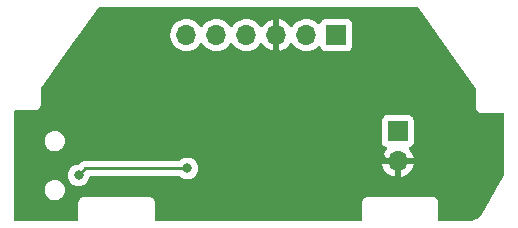
<source format=gbl>
%TF.GenerationSoftware,KiCad,Pcbnew,(5.99.0-6951-g72beaf1538)*%
%TF.CreationDate,2020-11-29T14:33:23+11:00*%
%TF.ProjectId,contact-block-v4,636f6e74-6163-4742-9d62-6c6f636b2d76,rev?*%
%TF.SameCoordinates,Original*%
%TF.FileFunction,Copper,L2,Bot*%
%TF.FilePolarity,Positive*%
%FSLAX46Y46*%
G04 Gerber Fmt 4.6, Leading zero omitted, Abs format (unit mm)*
G04 Created by KiCad (PCBNEW (5.99.0-6951-g72beaf1538)) date 2020-11-29 14:33:23*
%MOMM*%
%LPD*%
G01*
G04 APERTURE LIST*
%TA.AperFunction,ComponentPad*%
%ADD10R,1.700000X1.700000*%
%TD*%
%TA.AperFunction,ComponentPad*%
%ADD11O,1.700000X1.700000*%
%TD*%
%TA.AperFunction,ViaPad*%
%ADD12C,0.800000*%
%TD*%
%TA.AperFunction,Conductor*%
%ADD13C,0.250000*%
%TD*%
G04 APERTURE END LIST*
D10*
%TO.P,J3,1,1*%
%TO.N,Net-(J3-Pad1)*%
X129159000Y-83820000D03*
D11*
%TO.P,J3,2,1*%
%TO.N,GND*%
X129159000Y-86360000D03*
%TD*%
D10*
%TO.P,J2,1,1*%
%TO.N,/{slash}MCLR*%
X123952000Y-75692000D03*
D11*
%TO.P,J2,2,2*%
%TO.N,+5V*%
X121412000Y-75692000D03*
%TO.P,J2,3,3*%
%TO.N,GND*%
X118872000Y-75692000D03*
%TO.P,J2,4,4*%
%TO.N,/PGD*%
X116332000Y-75692000D03*
%TO.P,J2,5,5*%
%TO.N,/PGC*%
X113792000Y-75692000D03*
%TO.P,J2,6,6*%
%TO.N,Net-(J2-Pad6)*%
X111252000Y-75692000D03*
%TD*%
D12*
%TO.N,/D+*%
X102133000Y-87561200D03*
X111350600Y-86984000D03*
%TD*%
D13*
%TO.N,GND*%
X118872000Y-75692000D02*
X118872000Y-76867300D01*
X127983700Y-85979000D02*
X127983700Y-86360000D01*
X118872000Y-76867300D02*
X127983700Y-85979000D01*
X129159000Y-86360000D02*
X127983700Y-86360000D01*
%TO.N,/D+*%
X102710200Y-86984000D02*
X111350600Y-86984000D01*
X102133000Y-87561200D02*
X102710200Y-86984000D01*
%TD*%
%TA.AperFunction,Conductor*%
%TO.N,GND*%
G36*
X130807181Y-73299002D02*
G01*
X130841347Y-73331425D01*
X133520067Y-77055500D01*
X135629606Y-79988273D01*
X135739287Y-80140757D01*
X135763000Y-80214332D01*
X135763001Y-81815459D01*
X135762999Y-81816229D01*
X135762746Y-81857622D01*
X135765212Y-81866250D01*
X135765212Y-81866251D01*
X135770861Y-81886020D01*
X135774438Y-81902777D01*
X135778621Y-81931982D01*
X135786566Y-81949455D01*
X135789224Y-81955301D01*
X135795672Y-81972827D01*
X135802716Y-81997474D01*
X135807505Y-82005064D01*
X135818470Y-82022442D01*
X135826608Y-82037525D01*
X135835104Y-82056212D01*
X135835108Y-82056218D01*
X135838823Y-82064389D01*
X135844685Y-82071192D01*
X135855543Y-82083793D01*
X135866653Y-82098807D01*
X135880331Y-82120486D01*
X135887056Y-82126425D01*
X135887061Y-82126431D01*
X135902455Y-82140025D01*
X135914501Y-82152218D01*
X135933767Y-82174578D01*
X135941295Y-82179457D01*
X135941298Y-82179460D01*
X135955270Y-82188516D01*
X135970144Y-82199806D01*
X135989351Y-82216769D01*
X135997474Y-82220583D01*
X135997479Y-82220586D01*
X136016071Y-82229315D01*
X136031052Y-82237636D01*
X136048286Y-82248806D01*
X136048289Y-82248807D01*
X136055822Y-82253690D01*
X136064423Y-82256262D01*
X136064425Y-82256263D01*
X136080374Y-82261033D01*
X136097820Y-82267695D01*
X136108395Y-82272659D01*
X136121013Y-82278584D01*
X136129878Y-82279964D01*
X136129880Y-82279965D01*
X136144444Y-82282232D01*
X136150186Y-82283126D01*
X136166889Y-82286906D01*
X136195175Y-82295365D01*
X136204152Y-82295420D01*
X136204153Y-82295420D01*
X136227998Y-82295566D01*
X136230838Y-82295684D01*
X136232865Y-82296000D01*
X136298623Y-82296000D01*
X136299393Y-82296002D01*
X136340622Y-82296254D01*
X136341454Y-82296016D01*
X136341692Y-82296000D01*
X138050000Y-82296000D01*
X138118121Y-82316002D01*
X138164614Y-82369658D01*
X138176000Y-82422000D01*
X138176001Y-87165374D01*
X138173994Y-87187770D01*
X138172077Y-87198384D01*
X138171312Y-87229933D01*
X138168894Y-87329647D01*
X138167142Y-87347745D01*
X138164838Y-87361277D01*
X138137200Y-87523555D01*
X138131886Y-87544106D01*
X138075438Y-87705030D01*
X138066753Y-87724391D01*
X137980293Y-87880401D01*
X137970363Y-87895615D01*
X137892834Y-87997494D01*
X137838524Y-88094987D01*
X137836533Y-88103735D01*
X137835415Y-88106652D01*
X137827521Y-88123434D01*
X136530549Y-90424000D01*
X136379582Y-90691784D01*
X136370674Y-90705368D01*
X136367825Y-90708584D01*
X136365197Y-90712680D01*
X136365196Y-90712682D01*
X136292881Y-90825414D01*
X136283419Y-90838288D01*
X136158104Y-90987901D01*
X136145345Y-91001058D01*
X136004135Y-91126911D01*
X135989601Y-91138079D01*
X135831623Y-91242116D01*
X135815623Y-91251056D01*
X135644232Y-91331069D01*
X135627105Y-91337594D01*
X135445906Y-91391900D01*
X135428013Y-91395871D01*
X135234914Y-91424185D01*
X135219000Y-91425496D01*
X135114831Y-91427444D01*
X135087986Y-91427946D01*
X135087985Y-91427946D01*
X135083499Y-91428030D01*
X135066030Y-91430866D01*
X135046162Y-91432494D01*
X132714319Y-91438393D01*
X132646148Y-91418563D01*
X132599519Y-91365025D01*
X132588000Y-91312393D01*
X132588000Y-89888378D01*
X132588002Y-89887608D01*
X132588037Y-89881940D01*
X132588254Y-89846378D01*
X132585788Y-89837749D01*
X132580141Y-89817987D01*
X132576564Y-89801230D01*
X132573653Y-89780903D01*
X132573652Y-89780900D01*
X132572380Y-89772018D01*
X132568665Y-89763848D01*
X132568664Y-89763844D01*
X132561776Y-89748695D01*
X132555327Y-89731167D01*
X132550752Y-89715158D01*
X132550749Y-89715151D01*
X132548284Y-89706526D01*
X132532528Y-89681555D01*
X132524395Y-89666481D01*
X132512178Y-89639611D01*
X132495450Y-89620197D01*
X132484346Y-89605190D01*
X132470669Y-89583514D01*
X132448544Y-89563974D01*
X132436500Y-89551781D01*
X132423095Y-89536223D01*
X132423091Y-89536220D01*
X132417234Y-89529422D01*
X132408936Y-89524043D01*
X132395729Y-89515483D01*
X132380855Y-89504193D01*
X132368378Y-89493174D01*
X132361649Y-89487231D01*
X132334923Y-89474683D01*
X132319952Y-89466367D01*
X132295179Y-89450310D01*
X132286575Y-89447737D01*
X132286573Y-89447736D01*
X132270623Y-89442966D01*
X132253178Y-89436304D01*
X132238113Y-89429231D01*
X132238111Y-89429231D01*
X132229987Y-89425416D01*
X132221123Y-89424036D01*
X132221114Y-89424033D01*
X132200820Y-89420873D01*
X132184109Y-89417092D01*
X132164428Y-89411207D01*
X132164425Y-89411207D01*
X132155826Y-89408635D01*
X132146854Y-89408580D01*
X132146853Y-89408580D01*
X132123002Y-89408434D01*
X132120162Y-89408316D01*
X132118135Y-89408000D01*
X132052378Y-89408000D01*
X132051608Y-89407998D01*
X132051069Y-89407995D01*
X132010379Y-89407746D01*
X132009547Y-89407984D01*
X132009309Y-89408000D01*
X126591377Y-89408000D01*
X126590607Y-89407998D01*
X126590358Y-89407996D01*
X126549378Y-89407746D01*
X126540750Y-89410212D01*
X126540749Y-89410212D01*
X126520987Y-89415859D01*
X126504230Y-89419436D01*
X126483903Y-89422347D01*
X126483900Y-89422348D01*
X126475018Y-89423620D01*
X126466848Y-89427335D01*
X126466844Y-89427336D01*
X126451695Y-89434224D01*
X126434167Y-89440673D01*
X126418158Y-89445248D01*
X126418151Y-89445251D01*
X126409526Y-89447716D01*
X126384555Y-89463472D01*
X126369481Y-89471605D01*
X126342611Y-89483822D01*
X126323197Y-89500550D01*
X126308190Y-89511654D01*
X126286514Y-89525331D01*
X126280572Y-89532059D01*
X126266977Y-89547453D01*
X126254781Y-89559500D01*
X126239223Y-89572905D01*
X126239220Y-89572909D01*
X126232422Y-89578766D01*
X126227542Y-89586295D01*
X126227541Y-89586296D01*
X126218483Y-89600271D01*
X126207193Y-89615145D01*
X126190231Y-89634351D01*
X126186418Y-89642474D01*
X126186416Y-89642476D01*
X126177689Y-89661065D01*
X126169364Y-89676053D01*
X126153310Y-89700821D01*
X126145964Y-89725384D01*
X126139306Y-89742820D01*
X126128416Y-89766014D01*
X126127035Y-89774882D01*
X126127035Y-89774883D01*
X126123876Y-89795174D01*
X126120095Y-89811886D01*
X126111635Y-89840174D01*
X126111580Y-89849150D01*
X126111580Y-89849151D01*
X126111434Y-89872999D01*
X126111316Y-89875839D01*
X126111000Y-89877866D01*
X126111000Y-89943617D01*
X126110998Y-89944387D01*
X126110746Y-89985622D01*
X126110984Y-89986454D01*
X126111000Y-89986692D01*
X126111001Y-90712682D01*
X126111001Y-91314000D01*
X126090999Y-91382121D01*
X126037343Y-91428614D01*
X125985001Y-91440000D01*
X108711000Y-91440000D01*
X108642879Y-91419998D01*
X108596386Y-91366342D01*
X108585000Y-91314000D01*
X108585000Y-89888378D01*
X108585002Y-89887608D01*
X108585037Y-89881940D01*
X108585254Y-89846378D01*
X108582788Y-89837749D01*
X108577141Y-89817987D01*
X108573564Y-89801230D01*
X108570653Y-89780903D01*
X108570652Y-89780900D01*
X108569380Y-89772018D01*
X108565665Y-89763848D01*
X108565664Y-89763844D01*
X108558776Y-89748695D01*
X108552327Y-89731167D01*
X108547752Y-89715158D01*
X108547749Y-89715151D01*
X108545284Y-89706526D01*
X108529528Y-89681555D01*
X108521395Y-89666481D01*
X108509178Y-89639611D01*
X108492450Y-89620197D01*
X108481346Y-89605190D01*
X108467669Y-89583514D01*
X108445544Y-89563974D01*
X108433500Y-89551781D01*
X108420095Y-89536223D01*
X108420091Y-89536220D01*
X108414234Y-89529422D01*
X108405936Y-89524043D01*
X108392729Y-89515483D01*
X108377855Y-89504193D01*
X108365378Y-89493174D01*
X108358649Y-89487231D01*
X108331923Y-89474683D01*
X108316952Y-89466367D01*
X108292179Y-89450310D01*
X108283575Y-89447737D01*
X108283573Y-89447736D01*
X108267623Y-89442966D01*
X108250178Y-89436304D01*
X108235113Y-89429231D01*
X108235111Y-89429231D01*
X108226987Y-89425416D01*
X108218123Y-89424036D01*
X108218114Y-89424033D01*
X108197820Y-89420873D01*
X108181109Y-89417092D01*
X108161428Y-89411207D01*
X108161425Y-89411207D01*
X108152826Y-89408635D01*
X108143854Y-89408580D01*
X108143853Y-89408580D01*
X108120002Y-89408434D01*
X108117162Y-89408316D01*
X108115135Y-89408000D01*
X108049378Y-89408000D01*
X108048608Y-89407998D01*
X108048069Y-89407995D01*
X108007379Y-89407746D01*
X108006547Y-89407984D01*
X108006309Y-89408000D01*
X102588377Y-89408000D01*
X102587607Y-89407998D01*
X102587358Y-89407996D01*
X102546378Y-89407746D01*
X102537750Y-89410212D01*
X102537749Y-89410212D01*
X102517987Y-89415859D01*
X102501230Y-89419436D01*
X102480903Y-89422347D01*
X102480900Y-89422348D01*
X102472018Y-89423620D01*
X102463848Y-89427335D01*
X102463844Y-89427336D01*
X102448695Y-89434224D01*
X102431167Y-89440673D01*
X102415158Y-89445248D01*
X102415151Y-89445251D01*
X102406526Y-89447716D01*
X102381555Y-89463472D01*
X102366481Y-89471605D01*
X102339611Y-89483822D01*
X102320197Y-89500550D01*
X102305190Y-89511654D01*
X102283514Y-89525331D01*
X102277572Y-89532059D01*
X102263977Y-89547453D01*
X102251781Y-89559500D01*
X102236223Y-89572905D01*
X102236220Y-89572909D01*
X102229422Y-89578766D01*
X102224542Y-89586295D01*
X102224541Y-89586296D01*
X102215483Y-89600271D01*
X102204193Y-89615145D01*
X102187231Y-89634351D01*
X102183418Y-89642474D01*
X102183416Y-89642476D01*
X102174689Y-89661065D01*
X102166364Y-89676053D01*
X102150310Y-89700821D01*
X102142964Y-89725384D01*
X102136306Y-89742820D01*
X102125416Y-89766014D01*
X102124035Y-89774882D01*
X102124035Y-89774883D01*
X102120876Y-89795174D01*
X102117095Y-89811886D01*
X102108635Y-89840174D01*
X102108580Y-89849150D01*
X102108580Y-89849151D01*
X102108434Y-89872999D01*
X102108316Y-89875839D01*
X102108000Y-89877866D01*
X102108000Y-89943617D01*
X102107998Y-89944387D01*
X102107746Y-89985622D01*
X102107984Y-89986454D01*
X102108000Y-89986692D01*
X102108001Y-90712682D01*
X102108001Y-91314000D01*
X102087999Y-91382121D01*
X102034343Y-91428614D01*
X101982001Y-91440000D01*
X96773000Y-91440000D01*
X96704879Y-91419998D01*
X96658386Y-91366342D01*
X96647000Y-91314000D01*
X96647000Y-88906260D01*
X99254230Y-88906260D01*
X99255673Y-88912933D01*
X99255673Y-88912935D01*
X99277473Y-89013759D01*
X99293646Y-89088563D01*
X99371288Y-89258149D01*
X99483536Y-89407106D01*
X99488715Y-89411545D01*
X99488716Y-89411546D01*
X99615883Y-89520542D01*
X99625151Y-89528486D01*
X99691342Y-89563977D01*
X99782970Y-89613107D01*
X99789527Y-89616623D01*
X99968995Y-89667408D01*
X99975801Y-89667812D01*
X99975805Y-89667813D01*
X100114514Y-89676053D01*
X100155182Y-89678469D01*
X100339400Y-89649292D01*
X100345746Y-89646805D01*
X100345750Y-89646804D01*
X100506701Y-89583728D01*
X100506705Y-89583726D01*
X100513056Y-89581237D01*
X100668047Y-89477479D01*
X100797142Y-89342860D01*
X100845525Y-89263597D01*
X100890762Y-89189486D01*
X100890763Y-89189485D01*
X100894318Y-89183660D01*
X100955041Y-89007307D01*
X100976479Y-88822028D01*
X100976500Y-88816000D01*
X100956357Y-88630576D01*
X100896866Y-88453803D01*
X100800804Y-88293929D01*
X100753538Y-88243946D01*
X100727213Y-88216109D01*
X100672652Y-88158412D01*
X100621184Y-88123434D01*
X100524032Y-88057410D01*
X100518389Y-88053575D01*
X100512059Y-88051043D01*
X100512055Y-88051041D01*
X100351549Y-87986843D01*
X100351544Y-87986842D01*
X100345212Y-87984309D01*
X100338485Y-87983195D01*
X100338480Y-87983194D01*
X100167939Y-87954961D01*
X100167936Y-87954961D01*
X100161202Y-87953846D01*
X100154386Y-87954203D01*
X100154381Y-87954203D01*
X100004586Y-87962054D01*
X99974943Y-87963608D01*
X99795124Y-88013138D01*
X99630137Y-88100126D01*
X99624924Y-88104531D01*
X99624920Y-88104534D01*
X99584149Y-88138989D01*
X99487678Y-88220514D01*
X99483535Y-88225933D01*
X99483533Y-88225935D01*
X99389876Y-88348433D01*
X99374393Y-88368684D01*
X99371510Y-88374867D01*
X99371508Y-88374870D01*
X99327290Y-88469696D01*
X99295568Y-88537724D01*
X99254881Y-88719747D01*
X99254230Y-88906260D01*
X96647000Y-88906260D01*
X96647000Y-87561200D01*
X101219500Y-87561200D01*
X101220190Y-87567765D01*
X101235674Y-87715082D01*
X101239462Y-87751127D01*
X101241502Y-87757405D01*
X101241502Y-87757406D01*
X101255275Y-87799794D01*
X101298476Y-87932754D01*
X101301779Y-87938476D01*
X101301780Y-87938477D01*
X101317336Y-87965420D01*
X101393963Y-88098142D01*
X101398381Y-88103049D01*
X101398382Y-88103050D01*
X101516948Y-88234731D01*
X101521749Y-88240063D01*
X101527091Y-88243944D01*
X101527093Y-88243946D01*
X101603944Y-88299781D01*
X101676250Y-88352314D01*
X101682278Y-88354998D01*
X101682280Y-88354999D01*
X101844682Y-88427305D01*
X101850713Y-88429990D01*
X101935212Y-88447951D01*
X102031056Y-88468324D01*
X102031061Y-88468324D01*
X102037513Y-88469696D01*
X102228487Y-88469696D01*
X102234939Y-88468324D01*
X102234944Y-88468324D01*
X102330788Y-88447951D01*
X102415287Y-88429990D01*
X102421318Y-88427305D01*
X102583720Y-88354999D01*
X102583722Y-88354998D01*
X102589750Y-88352314D01*
X102662056Y-88299781D01*
X102738907Y-88243946D01*
X102738909Y-88243944D01*
X102744251Y-88240063D01*
X102749052Y-88234731D01*
X102867618Y-88103050D01*
X102867619Y-88103049D01*
X102872037Y-88098142D01*
X102948664Y-87965420D01*
X102964220Y-87938477D01*
X102964221Y-87938476D01*
X102967524Y-87932754D01*
X103010725Y-87799794D01*
X103024498Y-87757406D01*
X103024498Y-87757405D01*
X103026538Y-87751127D01*
X103028724Y-87730329D01*
X103055737Y-87664672D01*
X103113959Y-87624043D01*
X103154034Y-87617500D01*
X110642406Y-87617500D01*
X110710527Y-87637502D01*
X110729751Y-87653842D01*
X110730025Y-87653538D01*
X110734927Y-87657952D01*
X110739349Y-87662863D01*
X110744691Y-87666744D01*
X110744693Y-87666746D01*
X110869477Y-87757406D01*
X110893850Y-87775114D01*
X110899878Y-87777798D01*
X110899880Y-87777799D01*
X110949282Y-87799794D01*
X111068313Y-87852790D01*
X111161713Y-87872643D01*
X111248656Y-87891124D01*
X111248661Y-87891124D01*
X111255113Y-87892496D01*
X111446087Y-87892496D01*
X111452539Y-87891124D01*
X111452544Y-87891124D01*
X111539487Y-87872643D01*
X111632887Y-87852790D01*
X111751918Y-87799794D01*
X111801320Y-87777799D01*
X111801322Y-87777798D01*
X111807350Y-87775114D01*
X111831723Y-87757406D01*
X111956507Y-87666746D01*
X111956509Y-87666744D01*
X111961851Y-87662863D01*
X112044517Y-87571053D01*
X112085218Y-87525850D01*
X112085219Y-87525849D01*
X112089637Y-87520942D01*
X112185124Y-87355554D01*
X112234608Y-87203257D01*
X112242098Y-87180206D01*
X112242098Y-87180205D01*
X112244138Y-87173927D01*
X112258132Y-87040787D01*
X112263410Y-86990565D01*
X112264100Y-86984000D01*
X112244138Y-86794073D01*
X112191615Y-86632423D01*
X127827255Y-86632423D01*
X127835638Y-86684471D01*
X127838212Y-86694793D01*
X127909230Y-86902810D01*
X127913497Y-86912533D01*
X128018556Y-87105625D01*
X128024402Y-87114491D01*
X128160486Y-87287113D01*
X128167750Y-87294875D01*
X128330967Y-87442094D01*
X128339444Y-87448528D01*
X128525122Y-87566136D01*
X128534567Y-87571053D01*
X128737406Y-87655694D01*
X128747545Y-87658950D01*
X128887345Y-87691096D01*
X128901422Y-87690257D01*
X128905000Y-87680999D01*
X128905000Y-86632115D01*
X128903659Y-86627548D01*
X129413000Y-86627548D01*
X129413000Y-87679941D01*
X129417151Y-87694079D01*
X129427798Y-87695774D01*
X129431192Y-87695096D01*
X129642333Y-87633954D01*
X129652259Y-87630143D01*
X129850065Y-87534307D01*
X129859212Y-87528876D01*
X130038041Y-87401083D01*
X130046149Y-87394182D01*
X130200893Y-87238082D01*
X130207706Y-87229933D01*
X130333940Y-87049988D01*
X130339295Y-87040787D01*
X130433399Y-86842156D01*
X130437123Y-86832197D01*
X130494968Y-86625718D01*
X130493430Y-86617351D01*
X130481137Y-86614000D01*
X129431115Y-86614000D01*
X129415876Y-86618475D01*
X129414671Y-86619865D01*
X129413000Y-86627548D01*
X128903659Y-86627548D01*
X128900525Y-86616876D01*
X128899135Y-86615671D01*
X128891452Y-86614000D01*
X127842403Y-86614000D01*
X127829222Y-86617870D01*
X127827255Y-86632423D01*
X112191615Y-86632423D01*
X112185124Y-86612446D01*
X112089637Y-86447058D01*
X112066681Y-86421562D01*
X111966273Y-86310048D01*
X111966272Y-86310047D01*
X111961851Y-86305137D01*
X111956509Y-86301256D01*
X111956507Y-86301254D01*
X111812692Y-86196767D01*
X111812691Y-86196766D01*
X111807350Y-86192886D01*
X111801322Y-86190202D01*
X111801320Y-86190201D01*
X111638918Y-86117895D01*
X111638917Y-86117895D01*
X111632887Y-86115210D01*
X111529424Y-86093218D01*
X111452544Y-86076876D01*
X111452539Y-86076876D01*
X111446087Y-86075504D01*
X111255113Y-86075504D01*
X111248661Y-86076876D01*
X111248656Y-86076876D01*
X111171776Y-86093218D01*
X111068313Y-86115210D01*
X111062283Y-86117895D01*
X111062282Y-86117895D01*
X110899880Y-86190201D01*
X110899878Y-86190202D01*
X110893850Y-86192886D01*
X110888509Y-86196766D01*
X110888508Y-86196767D01*
X110744693Y-86301254D01*
X110744691Y-86301256D01*
X110739349Y-86305137D01*
X110734928Y-86310047D01*
X110730025Y-86314462D01*
X110728899Y-86313211D01*
X110675600Y-86346049D01*
X110642406Y-86350500D01*
X102788583Y-86350500D01*
X102777679Y-86349986D01*
X102770288Y-86348334D01*
X102762363Y-86348583D01*
X102762362Y-86348583D01*
X102703347Y-86350438D01*
X102699389Y-86350500D01*
X102670622Y-86350500D01*
X102666337Y-86351041D01*
X102654503Y-86351973D01*
X102628486Y-86352791D01*
X102618236Y-86353113D01*
X102618235Y-86353113D01*
X102610316Y-86353362D01*
X102602708Y-86355572D01*
X102602703Y-86355573D01*
X102590861Y-86359013D01*
X102571507Y-86363021D01*
X102559279Y-86364566D01*
X102551412Y-86365560D01*
X102544044Y-86368477D01*
X102544037Y-86368479D01*
X102510299Y-86381837D01*
X102499069Y-86385682D01*
X102464231Y-86395803D01*
X102464230Y-86395804D01*
X102456621Y-86398014D01*
X102439188Y-86408324D01*
X102421441Y-86417018D01*
X102402600Y-86424478D01*
X102396185Y-86429139D01*
X102366829Y-86450467D01*
X102356912Y-86456982D01*
X102318858Y-86479487D01*
X102318440Y-86479855D01*
X102304358Y-86493937D01*
X102289325Y-86506778D01*
X102273117Y-86518554D01*
X102268068Y-86524657D01*
X102268067Y-86524658D01*
X102245170Y-86552336D01*
X102237180Y-86561115D01*
X102182496Y-86615799D01*
X102120184Y-86649825D01*
X102093401Y-86652704D01*
X102037513Y-86652704D01*
X102031061Y-86654076D01*
X102031056Y-86654076D01*
X101944113Y-86672557D01*
X101850713Y-86692410D01*
X101844683Y-86695095D01*
X101844682Y-86695095D01*
X101682280Y-86767401D01*
X101682278Y-86767402D01*
X101676250Y-86770086D01*
X101670909Y-86773966D01*
X101670908Y-86773967D01*
X101527093Y-86878454D01*
X101527091Y-86878456D01*
X101521749Y-86882337D01*
X101517328Y-86887247D01*
X101517327Y-86887248D01*
X101436123Y-86977435D01*
X101393963Y-87024258D01*
X101298476Y-87189646D01*
X101296434Y-87195931D01*
X101246612Y-87349269D01*
X101239462Y-87371273D01*
X101219500Y-87561200D01*
X96647000Y-87561200D01*
X96647000Y-84756260D01*
X99254230Y-84756260D01*
X99255673Y-84762933D01*
X99255673Y-84762935D01*
X99283340Y-84890895D01*
X99293646Y-84938563D01*
X99371288Y-85108149D01*
X99375392Y-85113595D01*
X99375393Y-85113597D01*
X99428069Y-85183500D01*
X99483536Y-85257106D01*
X99488715Y-85261545D01*
X99488716Y-85261546D01*
X99575922Y-85336291D01*
X99625151Y-85378486D01*
X99789527Y-85466623D01*
X99968995Y-85517408D01*
X99975801Y-85517812D01*
X99975805Y-85517813D01*
X100122818Y-85526546D01*
X100155182Y-85528469D01*
X100339400Y-85499292D01*
X100345746Y-85496805D01*
X100345750Y-85496804D01*
X100506701Y-85433728D01*
X100506705Y-85433726D01*
X100513056Y-85431237D01*
X100668047Y-85327479D01*
X100797142Y-85192860D01*
X100802856Y-85183500D01*
X100890762Y-85039486D01*
X100890763Y-85039485D01*
X100894318Y-85033660D01*
X100955041Y-84857307D01*
X100976479Y-84672028D01*
X100976500Y-84666000D01*
X100956357Y-84480576D01*
X100896866Y-84303803D01*
X100800804Y-84143929D01*
X100672652Y-84008412D01*
X100518389Y-83903575D01*
X100512059Y-83901043D01*
X100512055Y-83901041D01*
X100351549Y-83836843D01*
X100351544Y-83836842D01*
X100345212Y-83834309D01*
X100338485Y-83833195D01*
X100338480Y-83833194D01*
X100167939Y-83804961D01*
X100167936Y-83804961D01*
X100161202Y-83803846D01*
X100154386Y-83804203D01*
X100154381Y-83804203D01*
X100004586Y-83812054D01*
X99974943Y-83813608D01*
X99795124Y-83863138D01*
X99630137Y-83950126D01*
X99624924Y-83954531D01*
X99624920Y-83954534D01*
X99565707Y-84004574D01*
X99487678Y-84070514D01*
X99483535Y-84075933D01*
X99483533Y-84075935D01*
X99378539Y-84213261D01*
X99374393Y-84218684D01*
X99295568Y-84387724D01*
X99254881Y-84569747D01*
X99254230Y-84756260D01*
X96647000Y-84756260D01*
X96647000Y-82970000D01*
X127795500Y-82970000D01*
X127795500Y-84670000D01*
X127800727Y-84743079D01*
X127819130Y-84805754D01*
X127836162Y-84863759D01*
X127841904Y-84883316D01*
X127846775Y-84890895D01*
X127916051Y-84998691D01*
X127916053Y-84998694D01*
X127920923Y-85006271D01*
X127927733Y-85012172D01*
X128024569Y-85096082D01*
X128024572Y-85096084D01*
X128031381Y-85101984D01*
X128164330Y-85162700D01*
X128171035Y-85163664D01*
X128229813Y-85201437D01*
X128259306Y-85266017D01*
X128249203Y-85336291D01*
X128217171Y-85379115D01*
X128185879Y-85406269D01*
X128178464Y-85413895D01*
X128039100Y-85583860D01*
X128033075Y-85592627D01*
X127924342Y-85783644D01*
X127919877Y-85793308D01*
X127844882Y-85999916D01*
X127842111Y-86010184D01*
X127828008Y-86088174D01*
X127829427Y-86101414D01*
X127844062Y-86106000D01*
X130478079Y-86106000D01*
X130491610Y-86102027D01*
X130492876Y-86093218D01*
X130445954Y-85912433D01*
X130442419Y-85902395D01*
X130352147Y-85701998D01*
X130346967Y-85692692D01*
X130224218Y-85510366D01*
X130217557Y-85502080D01*
X130089331Y-85367665D01*
X130056784Y-85304568D01*
X130063515Y-85233891D01*
X130107389Y-85178074D01*
X130145003Y-85159797D01*
X130213670Y-85139635D01*
X130213672Y-85139634D01*
X130222316Y-85137096D01*
X130286135Y-85096082D01*
X130337691Y-85062949D01*
X130337694Y-85062947D01*
X130345271Y-85058077D01*
X130385048Y-85012172D01*
X130435082Y-84954431D01*
X130435084Y-84954428D01*
X130440984Y-84947619D01*
X130501700Y-84814670D01*
X130521707Y-84675518D01*
X130521861Y-84674448D01*
X130521862Y-84674441D01*
X130522500Y-84670000D01*
X130522500Y-82970000D01*
X130517273Y-82896921D01*
X130476096Y-82756684D01*
X130430393Y-82685569D01*
X130401949Y-82641309D01*
X130401947Y-82641306D01*
X130397077Y-82633729D01*
X130390267Y-82627828D01*
X130293431Y-82543918D01*
X130293428Y-82543916D01*
X130286619Y-82538016D01*
X130153670Y-82477300D01*
X130144755Y-82476018D01*
X130144754Y-82476018D01*
X130013448Y-82457139D01*
X130013441Y-82457138D01*
X130009000Y-82456500D01*
X128309000Y-82456500D01*
X128235921Y-82461727D01*
X128182884Y-82477300D01*
X128104330Y-82500365D01*
X128104328Y-82500366D01*
X128095684Y-82502904D01*
X128088105Y-82507775D01*
X127980309Y-82577051D01*
X127980306Y-82577053D01*
X127972729Y-82581923D01*
X127966828Y-82588733D01*
X127882918Y-82685569D01*
X127882916Y-82685572D01*
X127877016Y-82692381D01*
X127816300Y-82825330D01*
X127815018Y-82834245D01*
X127815018Y-82834246D01*
X127796139Y-82965552D01*
X127796138Y-82965559D01*
X127795500Y-82970000D01*
X96647000Y-82970000D01*
X96647000Y-82168000D01*
X96667002Y-82099879D01*
X96720658Y-82053386D01*
X96773000Y-82042000D01*
X98452622Y-82042000D01*
X98453392Y-82042002D01*
X98494621Y-82042254D01*
X98523015Y-82034139D01*
X98539750Y-82030566D01*
X98568982Y-82026380D01*
X98577153Y-82022665D01*
X98577156Y-82022664D01*
X98592307Y-82015775D01*
X98609831Y-82009327D01*
X98625843Y-82004751D01*
X98625846Y-82004750D01*
X98634473Y-82002284D01*
X98642063Y-81997495D01*
X98642068Y-81997493D01*
X98659440Y-81986532D01*
X98674522Y-81978394D01*
X98679076Y-81976323D01*
X98701389Y-81966178D01*
X98720804Y-81949449D01*
X98735809Y-81938346D01*
X98749894Y-81929459D01*
X98757486Y-81924669D01*
X98777026Y-81902544D01*
X98789219Y-81890500D01*
X98804777Y-81877095D01*
X98804780Y-81877091D01*
X98811578Y-81871234D01*
X98825517Y-81849729D01*
X98836807Y-81834855D01*
X98847826Y-81822378D01*
X98853769Y-81815649D01*
X98866317Y-81788923D01*
X98874633Y-81773952D01*
X98890690Y-81749179D01*
X98893264Y-81740573D01*
X98898034Y-81724623D01*
X98904696Y-81707178D01*
X98911769Y-81692113D01*
X98911769Y-81692111D01*
X98915584Y-81683987D01*
X98916964Y-81675123D01*
X98916967Y-81675114D01*
X98920127Y-81654820D01*
X98923908Y-81638109D01*
X98929793Y-81618428D01*
X98929793Y-81618425D01*
X98932365Y-81609826D01*
X98932420Y-81600853D01*
X98932566Y-81577002D01*
X98932684Y-81574162D01*
X98933000Y-81572135D01*
X98933000Y-81506378D01*
X98933002Y-81505608D01*
X98933239Y-81466817D01*
X98933254Y-81464378D01*
X98933016Y-81463546D01*
X98933000Y-81463308D01*
X98933000Y-80214331D01*
X98956713Y-80140756D01*
X99161500Y-79856053D01*
X101179346Y-77050755D01*
X102083160Y-75794233D01*
X109892338Y-75794233D01*
X109929002Y-76021861D01*
X110003494Y-76240056D01*
X110113685Y-76442580D01*
X110256424Y-76623644D01*
X110309539Y-76671553D01*
X110423659Y-76774489D01*
X110423665Y-76774494D01*
X110427629Y-76778069D01*
X110622406Y-76901439D01*
X110835184Y-76990228D01*
X110840387Y-76991425D01*
X110840392Y-76991426D01*
X111054678Y-77040701D01*
X111054683Y-77040702D01*
X111059881Y-77041897D01*
X111065209Y-77042200D01*
X111065212Y-77042200D01*
X111215877Y-77050755D01*
X111290071Y-77054968D01*
X111295378Y-77054368D01*
X111295380Y-77054368D01*
X111469354Y-77034700D01*
X111519173Y-77029068D01*
X111524288Y-77027587D01*
X111524292Y-77027586D01*
X111649161Y-76991426D01*
X111740635Y-76964937D01*
X111948125Y-76864409D01*
X111952463Y-76861309D01*
X111952468Y-76861306D01*
X112131370Y-76733459D01*
X112135711Y-76730357D01*
X112298030Y-76566617D01*
X112301090Y-76562255D01*
X112301095Y-76562249D01*
X112419634Y-76393271D01*
X112475130Y-76348990D01*
X112545755Y-76341743D01*
X112609088Y-76373829D01*
X112633461Y-76405410D01*
X112653685Y-76442580D01*
X112796424Y-76623644D01*
X112849539Y-76671553D01*
X112963659Y-76774489D01*
X112963665Y-76774494D01*
X112967629Y-76778069D01*
X113162406Y-76901439D01*
X113375184Y-76990228D01*
X113380387Y-76991425D01*
X113380392Y-76991426D01*
X113594678Y-77040701D01*
X113594683Y-77040702D01*
X113599881Y-77041897D01*
X113605209Y-77042200D01*
X113605212Y-77042200D01*
X113755877Y-77050755D01*
X113830071Y-77054968D01*
X113835378Y-77054368D01*
X113835380Y-77054368D01*
X114009354Y-77034700D01*
X114059173Y-77029068D01*
X114064288Y-77027587D01*
X114064292Y-77027586D01*
X114189161Y-76991426D01*
X114280635Y-76964937D01*
X114488125Y-76864409D01*
X114492463Y-76861309D01*
X114492468Y-76861306D01*
X114671370Y-76733459D01*
X114675711Y-76730357D01*
X114838030Y-76566617D01*
X114841090Y-76562255D01*
X114841095Y-76562249D01*
X114959634Y-76393271D01*
X115015130Y-76348990D01*
X115085755Y-76341743D01*
X115149088Y-76373829D01*
X115173461Y-76405410D01*
X115193685Y-76442580D01*
X115336424Y-76623644D01*
X115389539Y-76671553D01*
X115503659Y-76774489D01*
X115503665Y-76774494D01*
X115507629Y-76778069D01*
X115702406Y-76901439D01*
X115915184Y-76990228D01*
X115920387Y-76991425D01*
X115920392Y-76991426D01*
X116134678Y-77040701D01*
X116134683Y-77040702D01*
X116139881Y-77041897D01*
X116145209Y-77042200D01*
X116145212Y-77042200D01*
X116295877Y-77050755D01*
X116370071Y-77054968D01*
X116375378Y-77054368D01*
X116375380Y-77054368D01*
X116549354Y-77034700D01*
X116599173Y-77029068D01*
X116604288Y-77027587D01*
X116604292Y-77027586D01*
X116729161Y-76991426D01*
X116820635Y-76964937D01*
X117028125Y-76864409D01*
X117032463Y-76861309D01*
X117032468Y-76861306D01*
X117211370Y-76733459D01*
X117215711Y-76730357D01*
X117378030Y-76566617D01*
X117499953Y-76392816D01*
X117555449Y-76348536D01*
X117626075Y-76341289D01*
X117689407Y-76373375D01*
X117713781Y-76404958D01*
X117731550Y-76437617D01*
X117737402Y-76446491D01*
X117873486Y-76619113D01*
X117880750Y-76626875D01*
X118043967Y-76774094D01*
X118052444Y-76780528D01*
X118238122Y-76898136D01*
X118247567Y-76903053D01*
X118450406Y-76987694D01*
X118460545Y-76990950D01*
X118600345Y-77023096D01*
X118614422Y-77022257D01*
X118618000Y-77012999D01*
X118618001Y-75946002D01*
X118618000Y-75945996D01*
X118618000Y-75437998D01*
X119125999Y-75437998D01*
X119126000Y-75438004D01*
X119125999Y-77011941D01*
X119130150Y-77026079D01*
X119140795Y-77027774D01*
X119144201Y-77027094D01*
X119355333Y-76965954D01*
X119365259Y-76962143D01*
X119563065Y-76866307D01*
X119572212Y-76860876D01*
X119751041Y-76733083D01*
X119759149Y-76726182D01*
X119913893Y-76570082D01*
X119920706Y-76561934D01*
X120039368Y-76392781D01*
X120094864Y-76348501D01*
X120165489Y-76341254D01*
X120228822Y-76373340D01*
X120253196Y-76404923D01*
X120271133Y-76437890D01*
X120273685Y-76442580D01*
X120416424Y-76623644D01*
X120469539Y-76671553D01*
X120583659Y-76774489D01*
X120583665Y-76774494D01*
X120587629Y-76778069D01*
X120782406Y-76901439D01*
X120995184Y-76990228D01*
X121000387Y-76991425D01*
X121000392Y-76991426D01*
X121214678Y-77040701D01*
X121214683Y-77040702D01*
X121219881Y-77041897D01*
X121225209Y-77042200D01*
X121225212Y-77042200D01*
X121375877Y-77050755D01*
X121450071Y-77054968D01*
X121455378Y-77054368D01*
X121455380Y-77054368D01*
X121629354Y-77034700D01*
X121679173Y-77029068D01*
X121684288Y-77027587D01*
X121684292Y-77027586D01*
X121809161Y-76991426D01*
X121900635Y-76964937D01*
X122108125Y-76864409D01*
X122112463Y-76861309D01*
X122112468Y-76861306D01*
X122291370Y-76733459D01*
X122295711Y-76730357D01*
X122401489Y-76623653D01*
X122463652Y-76589356D01*
X122534490Y-76594113D01*
X122591510Y-76636411D01*
X122611868Y-76676861D01*
X122626350Y-76726182D01*
X122634904Y-76755316D01*
X122639775Y-76762895D01*
X122709051Y-76870691D01*
X122709053Y-76870694D01*
X122713923Y-76878271D01*
X122720733Y-76884172D01*
X122817569Y-76968082D01*
X122817572Y-76968084D01*
X122824381Y-76973984D01*
X122832579Y-76977728D01*
X122944998Y-77029068D01*
X122957330Y-77034700D01*
X122966245Y-77035982D01*
X122966246Y-77035982D01*
X123097552Y-77054861D01*
X123097559Y-77054862D01*
X123102000Y-77055500D01*
X124802000Y-77055500D01*
X124875079Y-77050273D01*
X124967636Y-77023096D01*
X125006670Y-77011635D01*
X125006672Y-77011634D01*
X125015316Y-77009096D01*
X125082446Y-76965954D01*
X125130691Y-76934949D01*
X125130694Y-76934947D01*
X125138271Y-76930077D01*
X125163086Y-76901439D01*
X125228082Y-76826431D01*
X125228084Y-76826428D01*
X125233984Y-76819619D01*
X125294700Y-76686670D01*
X125301926Y-76636411D01*
X125314861Y-76546448D01*
X125314862Y-76546441D01*
X125315500Y-76542000D01*
X125315500Y-74842000D01*
X125310273Y-74768921D01*
X125282596Y-74674661D01*
X125271635Y-74637330D01*
X125271634Y-74637328D01*
X125269096Y-74628684D01*
X125207713Y-74533171D01*
X125194949Y-74513309D01*
X125194947Y-74513306D01*
X125190077Y-74505729D01*
X125147384Y-74468735D01*
X125086431Y-74415918D01*
X125086428Y-74415916D01*
X125079619Y-74410016D01*
X125071421Y-74406272D01*
X124954864Y-74353042D01*
X124954863Y-74353042D01*
X124946670Y-74349300D01*
X124937755Y-74348018D01*
X124937754Y-74348018D01*
X124806448Y-74329139D01*
X124806441Y-74329138D01*
X124802000Y-74328500D01*
X123102000Y-74328500D01*
X123028921Y-74333727D01*
X122975884Y-74349300D01*
X122897330Y-74372365D01*
X122897328Y-74372366D01*
X122888684Y-74374904D01*
X122868350Y-74387972D01*
X122773309Y-74449051D01*
X122773306Y-74449053D01*
X122765729Y-74453923D01*
X122759828Y-74460733D01*
X122675918Y-74557569D01*
X122675916Y-74557572D01*
X122670016Y-74564381D01*
X122609300Y-74697330D01*
X122608215Y-74704875D01*
X122570209Y-74764011D01*
X122505628Y-74793504D01*
X122435354Y-74783399D01*
X122396528Y-74755757D01*
X122319167Y-74674661D01*
X122319162Y-74674656D01*
X122315482Y-74670799D01*
X122130504Y-74533171D01*
X122125753Y-74530755D01*
X122125749Y-74530753D01*
X121929740Y-74431097D01*
X121929739Y-74431097D01*
X121924982Y-74428678D01*
X121814887Y-74394493D01*
X121709895Y-74361891D01*
X121709889Y-74361890D01*
X121704792Y-74360307D01*
X121599798Y-74346391D01*
X121481515Y-74330714D01*
X121481510Y-74330714D01*
X121476230Y-74330014D01*
X121470900Y-74330214D01*
X121470899Y-74330214D01*
X121377320Y-74333727D01*
X121245831Y-74338663D01*
X121201246Y-74348018D01*
X121025411Y-74384912D01*
X121025408Y-74384913D01*
X121020184Y-74386009D01*
X120805740Y-74470697D01*
X120608631Y-74590306D01*
X120604601Y-74593803D01*
X120477280Y-74704286D01*
X120434492Y-74741415D01*
X120431109Y-74745541D01*
X120431105Y-74745545D01*
X120406413Y-74775660D01*
X120288304Y-74919705D01*
X120252116Y-74983278D01*
X120251842Y-74983760D01*
X120200760Y-75033066D01*
X120131130Y-75046928D01*
X120065059Y-75020945D01*
X120037820Y-74991795D01*
X119937218Y-74842366D01*
X119930557Y-74834080D01*
X119778830Y-74675030D01*
X119770873Y-74667990D01*
X119594523Y-74536782D01*
X119585486Y-74531178D01*
X119389550Y-74431559D01*
X119379699Y-74427559D01*
X119169778Y-74362378D01*
X119159396Y-74360095D01*
X119143959Y-74358049D01*
X119129792Y-74360246D01*
X119126000Y-74373430D01*
X119125999Y-75437998D01*
X118618000Y-75437998D01*
X118618001Y-74375716D01*
X118614028Y-74362185D01*
X118603421Y-74360660D01*
X118485555Y-74385391D01*
X118475358Y-74388451D01*
X118270932Y-74469182D01*
X118261396Y-74473916D01*
X118073486Y-74587942D01*
X118064896Y-74594206D01*
X117898884Y-74738264D01*
X117891464Y-74745895D01*
X117752100Y-74915860D01*
X117746079Y-74924622D01*
X117712427Y-74983739D01*
X117661344Y-75033045D01*
X117591714Y-75046906D01*
X117525643Y-75020922D01*
X117498405Y-74991773D01*
X117397607Y-74842053D01*
X117394627Y-74837626D01*
X117235482Y-74670799D01*
X117050504Y-74533171D01*
X117045753Y-74530755D01*
X117045749Y-74530753D01*
X116849740Y-74431097D01*
X116849739Y-74431097D01*
X116844982Y-74428678D01*
X116734887Y-74394493D01*
X116629895Y-74361891D01*
X116629889Y-74361890D01*
X116624792Y-74360307D01*
X116519798Y-74346391D01*
X116401515Y-74330714D01*
X116401510Y-74330714D01*
X116396230Y-74330014D01*
X116390900Y-74330214D01*
X116390899Y-74330214D01*
X116297320Y-74333727D01*
X116165831Y-74338663D01*
X116121246Y-74348018D01*
X115945411Y-74384912D01*
X115945408Y-74384913D01*
X115940184Y-74386009D01*
X115725740Y-74470697D01*
X115528631Y-74590306D01*
X115524601Y-74593803D01*
X115397280Y-74704286D01*
X115354492Y-74741415D01*
X115351109Y-74745541D01*
X115351105Y-74745545D01*
X115326413Y-74775660D01*
X115208304Y-74919705D01*
X115205667Y-74924338D01*
X115205666Y-74924339D01*
X115172116Y-74983278D01*
X115121033Y-75032584D01*
X115051402Y-75046445D01*
X114985332Y-75020461D01*
X114958094Y-74991312D01*
X114952686Y-74983278D01*
X114857818Y-74842366D01*
X114857607Y-74842052D01*
X114857605Y-74842050D01*
X114854627Y-74837626D01*
X114695482Y-74670799D01*
X114510504Y-74533171D01*
X114505753Y-74530755D01*
X114505749Y-74530753D01*
X114309740Y-74431097D01*
X114309739Y-74431097D01*
X114304982Y-74428678D01*
X114194887Y-74394493D01*
X114089895Y-74361891D01*
X114089889Y-74361890D01*
X114084792Y-74360307D01*
X113979798Y-74346391D01*
X113861515Y-74330714D01*
X113861510Y-74330714D01*
X113856230Y-74330014D01*
X113850900Y-74330214D01*
X113850899Y-74330214D01*
X113757320Y-74333727D01*
X113625831Y-74338663D01*
X113581246Y-74348018D01*
X113405411Y-74384912D01*
X113405408Y-74384913D01*
X113400184Y-74386009D01*
X113185740Y-74470697D01*
X112988631Y-74590306D01*
X112984601Y-74593803D01*
X112857280Y-74704286D01*
X112814492Y-74741415D01*
X112811109Y-74745541D01*
X112811105Y-74745545D01*
X112786413Y-74775660D01*
X112668304Y-74919705D01*
X112665667Y-74924338D01*
X112665666Y-74924339D01*
X112632116Y-74983278D01*
X112581033Y-75032584D01*
X112511402Y-75046445D01*
X112445332Y-75020461D01*
X112418094Y-74991312D01*
X112412686Y-74983278D01*
X112317818Y-74842366D01*
X112317607Y-74842052D01*
X112317605Y-74842050D01*
X112314627Y-74837626D01*
X112155482Y-74670799D01*
X111970504Y-74533171D01*
X111965753Y-74530755D01*
X111965749Y-74530753D01*
X111769740Y-74431097D01*
X111769739Y-74431097D01*
X111764982Y-74428678D01*
X111654887Y-74394493D01*
X111549895Y-74361891D01*
X111549889Y-74361890D01*
X111544792Y-74360307D01*
X111439798Y-74346391D01*
X111321515Y-74330714D01*
X111321510Y-74330714D01*
X111316230Y-74330014D01*
X111310900Y-74330214D01*
X111310899Y-74330214D01*
X111217320Y-74333727D01*
X111085831Y-74338663D01*
X111041246Y-74348018D01*
X110865411Y-74384912D01*
X110865408Y-74384913D01*
X110860184Y-74386009D01*
X110645740Y-74470697D01*
X110448631Y-74590306D01*
X110444601Y-74593803D01*
X110317280Y-74704286D01*
X110274492Y-74741415D01*
X110271109Y-74745541D01*
X110271105Y-74745545D01*
X110246413Y-74775660D01*
X110128304Y-74919705D01*
X110125666Y-74924339D01*
X110125663Y-74924344D01*
X110055884Y-75046928D01*
X110014245Y-75120077D01*
X109935578Y-75336802D01*
X109934629Y-75342051D01*
X109934628Y-75342054D01*
X109912890Y-75462265D01*
X109894551Y-75563683D01*
X109892338Y-75794233D01*
X102083160Y-75794233D01*
X103854654Y-73331425D01*
X103910669Y-73287804D01*
X103956941Y-73279000D01*
X130739060Y-73279000D01*
X130807181Y-73299002D01*
G37*
%TD.AperFunction*%
%TD*%
M02*

</source>
